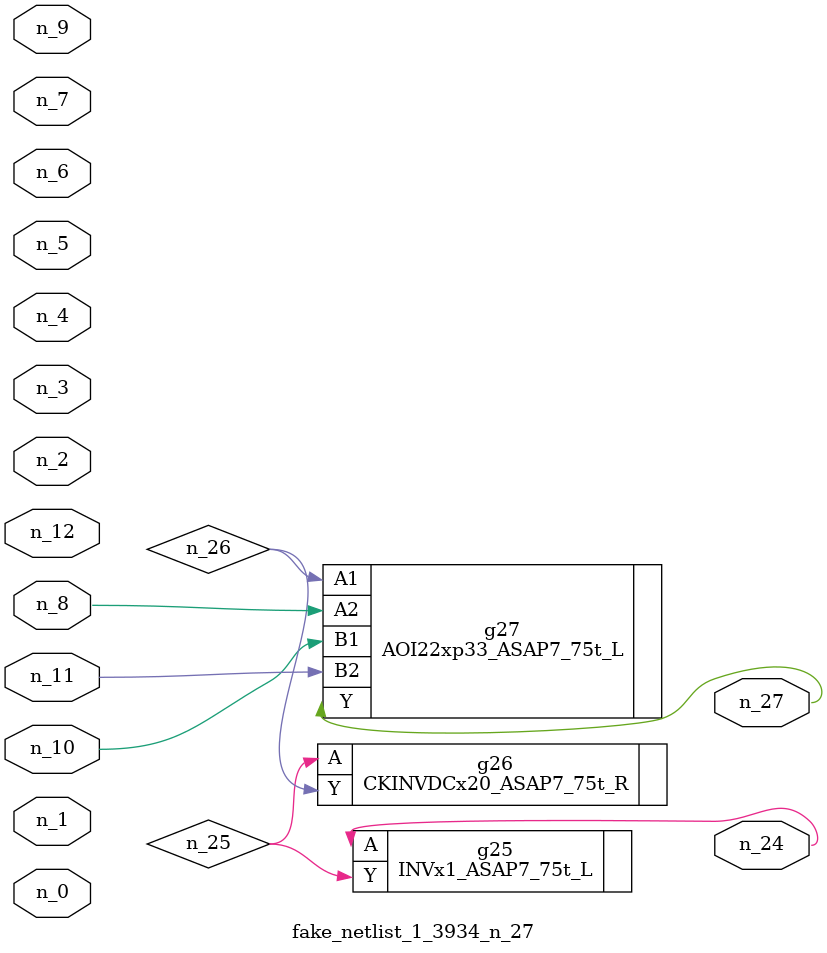
<source format=v>
module fake_netlist_1_3934_n_27 (n_11, n_1, n_2, n_12, n_6, n_4, n_3, n_9, n_5, n_7, n_10, n_8, n_0, n_27, n_24);
input n_11;
input n_1;
input n_2;
input n_12;
input n_6;
input n_4;
input n_3;
input n_9;
input n_5;
input n_7;
input n_10;
input n_8;
input n_0;
output n_27;
output n_24;
wire n_20;
wire n_22;
wire n_25;
wire n_16;
wire n_26;
wire n_13;
wire n_18;
wire n_17;
wire n_14;
wire n_15;
wire n_24;
wire n_19;
wire n_21;
CKINVDCx16_ASAP7_75t_R g13 ( .A(n_0), .Y(n_13) );
NAND2xp5_ASAP7_75t_SL g14 ( .A(n_12), .B(n_4), .Y(n_14) );
NAND2xp5_ASAP7_75t_L g15 ( .A(n_0), .B(n_1), .Y(n_15) );
INVx1_ASAP7_75t_L g16 ( .A(n_9), .Y(n_16) );
INVx1_ASAP7_75t_L g17 ( .A(n_7), .Y(n_17) );
AOI22xp5_ASAP7_75t_L g18 ( .A1(n_13), .A2(n_15), .B1(n_16), .B2(n_17), .Y(n_18) );
AND2x2_ASAP7_75t_L g19 ( .A(n_14), .B(n_2), .Y(n_19) );
INVx1_ASAP7_75t_L g20 ( .A(n_19), .Y(n_20) );
AND2x2_ASAP7_75t_L g21 ( .A(n_20), .B(n_18), .Y(n_21) );
AND2x2_ASAP7_75t_L g22 ( .A(n_21), .B(n_14), .Y(n_22) );
AOI22xp33_ASAP7_75t_L g23 ( .A1(n_22), .A2(n_3), .B1(n_5), .B2(n_6), .Y(n_23) );
UNKNOWN g24 ( );
INVx1_ASAP7_75t_L g25 ( .A(n_24), .Y(n_25) );
CKINVDCx20_ASAP7_75t_R g26 ( .A(n_25), .Y(n_26) );
AOI22xp33_ASAP7_75t_L g27 ( .A1(n_26), .A2(n_8), .B1(n_10), .B2(n_11), .Y(n_27) );
endmodule
</source>
